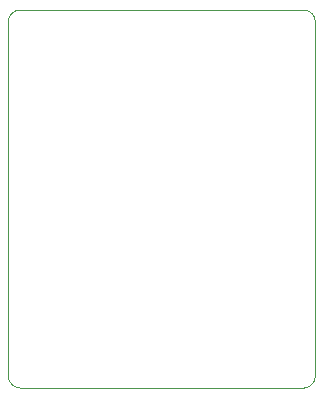
<source format=gbr>
%TF.GenerationSoftware,KiCad,Pcbnew,7.0.7*%
%TF.CreationDate,2024-04-10T23:56:21-07:00*%
%TF.ProjectId,USBTTL,55534254-544c-42e6-9b69-6361645f7063,rev?*%
%TF.SameCoordinates,Original*%
%TF.FileFunction,Profile,NP*%
%FSLAX46Y46*%
G04 Gerber Fmt 4.6, Leading zero omitted, Abs format (unit mm)*
G04 Created by KiCad (PCBNEW 7.0.7) date 2024-04-10 23:56:21*
%MOMM*%
%LPD*%
G01*
G04 APERTURE LIST*
%TA.AperFunction,Profile*%
%ADD10C,0.100000*%
%TD*%
G04 APERTURE END LIST*
D10*
X82000000Y-32500000D02*
X58000000Y-32500000D01*
X83000000Y-63500000D02*
X83000000Y-33500000D01*
X58000000Y-64500000D02*
X82000000Y-64500000D01*
X57000000Y-33500000D02*
X57000000Y-63500000D01*
X58000000Y-32500000D02*
G75*
G03*
X57000000Y-33500000I0J-1000000D01*
G01*
X57000000Y-63500000D02*
G75*
G03*
X58000000Y-64500000I1000000J0D01*
G01*
X82000000Y-64500000D02*
G75*
G03*
X83000000Y-63500000I0J1000000D01*
G01*
X83000000Y-33500000D02*
G75*
G03*
X82000000Y-32500000I-1000000J0D01*
G01*
M02*

</source>
